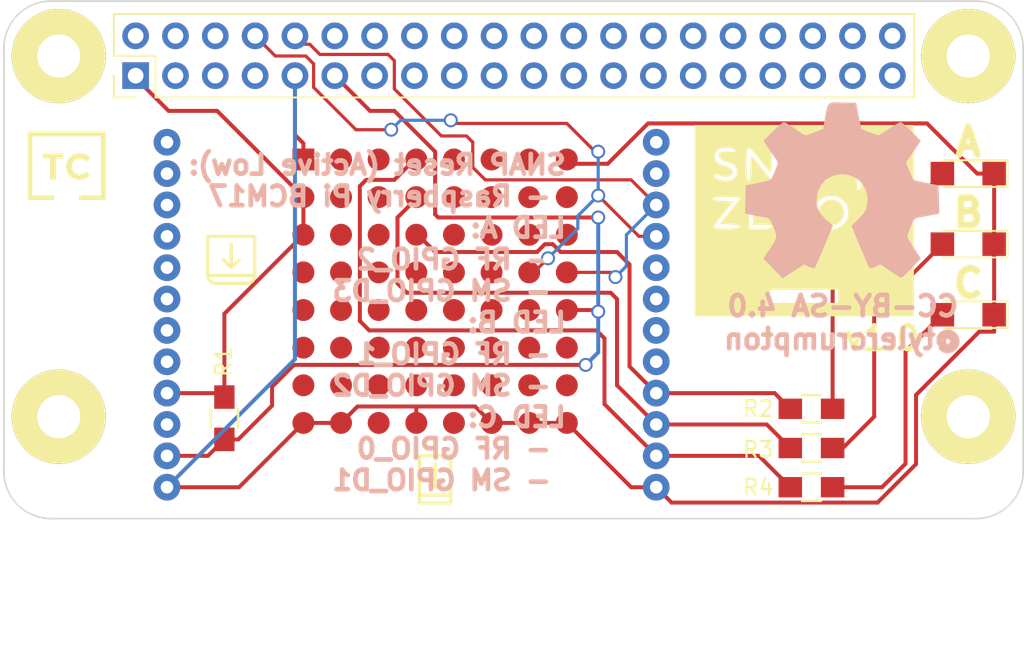
<source format=kicad_pcb>
(kicad_pcb (version 20171130) (host pcbnew "(5.1.12)-1")

  (general
    (thickness 1.6)
    (drawings 30)
    (tracks 161)
    (zones 0)
    (modules 13)
    (nets 12)
  )

  (page A4)
  (layers
    (0 F.Cu signal)
    (31 B.Cu signal)
    (32 B.Adhes user hide)
    (33 F.Adhes user hide)
    (34 B.Paste user hide)
    (35 F.Paste user hide)
    (36 B.SilkS user hide)
    (37 F.SilkS user hide)
    (38 B.Mask user hide)
    (39 F.Mask user hide)
    (40 Dwgs.User user hide)
    (41 Cmts.User user hide)
    (42 Eco1.User user hide)
    (43 Eco2.User user hide)
    (44 Edge.Cuts user)
    (45 Margin user hide)
    (46 B.CrtYd user hide)
    (47 F.CrtYd user hide)
    (48 B.Fab user hide)
    (49 F.Fab user hide)
  )

  (setup
    (last_trace_width 0.254)
    (trace_clearance 0.2032)
    (zone_clearance 0.508)
    (zone_45_only no)
    (trace_min 0.1524)
    (via_size 0.889)
    (via_drill 0.635)
    (via_min_size 0.889)
    (via_min_drill 0.508)
    (uvia_size 0.508)
    (uvia_drill 0.127)
    (uvias_allowed no)
    (uvia_min_size 0.508)
    (uvia_min_drill 0.127)
    (edge_width 0.1)
    (segment_width 0.2)
    (pcb_text_width 0.3)
    (pcb_text_size 1.5 1.5)
    (mod_edge_width 0.15)
    (mod_text_size 1 1)
    (mod_text_width 0.15)
    (pad_size 1.5 1.5)
    (pad_drill 0.6)
    (pad_to_mask_clearance 0)
    (aux_axis_origin 0 0)
    (visible_elements 7FFFFFFF)
    (pcbplotparams
      (layerselection 0x010fc_80000001)
      (usegerberextensions true)
      (usegerberattributes true)
      (usegerberadvancedattributes true)
      (creategerberjobfile true)
      (excludeedgelayer true)
      (linewidth 0.100000)
      (plotframeref false)
      (viasonmask false)
      (mode 1)
      (useauxorigin false)
      (hpglpennumber 1)
      (hpglpenspeed 20)
      (hpglpendiameter 15.000000)
      (psnegative false)
      (psa4output false)
      (plotreference true)
      (plotvalue true)
      (plotinvisibletext false)
      (padsonsilk false)
      (subtractmaskfromsilk true)
      (outputformat 1)
      (mirror false)
      (drillshape 0)
      (scaleselection 1)
      (outputdirectory "outputs/"))
  )

  (net 0 "")
  (net 1 "Net-(D1-Pad2)")
  (net 2 GND)
  (net 3 "Net-(D2-Pad2)")
  (net 4 "Net-(D3-Pad2)")
  (net 5 3v3)
  (net 6 PI_TX)
  (net 7 GPIO_17)
  (net 8 PI_RX)
  (net 9 LED_A)
  (net 10 LED_B)
  (net 11 LED_C)

  (net_class Default "This is the default net class."
    (clearance 0.2032)
    (trace_width 0.254)
    (via_dia 0.889)
    (via_drill 0.635)
    (uvia_dia 0.508)
    (uvia_drill 0.127)
    (add_net 3v3)
    (add_net GND)
    (add_net GPIO_17)
    (add_net LED_A)
    (add_net LED_B)
    (add_net LED_C)
    (add_net "Net-(D1-Pad2)")
    (add_net "Net-(D2-Pad2)")
    (add_net "Net-(D3-Pad2)")
  )

  (net_class Thin ""
    (clearance 0.1524)
    (trace_width 0.2032)
    (via_dia 0.889)
    (via_drill 0.635)
    (uvia_dia 0.508)
    (uvia_drill 0.127)
    (add_net PI_RX)
    (add_net PI_TX)
  )

  (module CrumpPrints:Raspberry_Pi_Zero (layer F.Cu) (tedit 7FFFFFFF) (tstamp 5884AAFD)
    (at 148.501 105.004)
    (descr "Raspberry Pi Zero Hat Template")
    (tags "rpi Raspberry Pi hat zero")
    (path /588480EC)
    (fp_text reference P1 (at 32 -2) (layer F.SilkS) hide
      (effects (font (size 1 1) (thickness 0.15)))
    )
    (fp_text value CONN_02X20 (at 34.9989 -31.0036) (layer F.Fab)
      (effects (font (size 1 1) (thickness 0.15)))
    )
    (fp_line (start 6.8 -29.35) (end 6.8 -23.65) (layer F.CrtYd) (width 0.05))
    (fp_line (start 58.2 -29.35) (end 6.8 -29.35) (layer F.CrtYd) (width 0.05))
    (fp_line (start 58.2 -23.65) (end 58.2 -29.35) (layer F.CrtYd) (width 0.05))
    (fp_line (start 6.8 -23.65) (end 58.2 -23.65) (layer F.CrtYd) (width 0.05))
    (fp_line (start 7.01 -23.86) (end 7.01 -25.25) (layer F.SilkS) (width 0.12))
    (fp_line (start 8.4 -23.86) (end 7.01 -23.86) (layer F.SilkS) (width 0.12))
    (fp_line (start 9.67 -26.52) (end 9.67 -23.86) (layer F.SilkS) (width 0.12))
    (fp_line (start 7.01 -26.52) (end 9.67 -26.52) (layer F.SilkS) (width 0.12))
    (fp_line (start 7.01 -29.18) (end 7.01 -26.52) (layer F.SilkS) (width 0.12))
    (fp_line (start 58.05 -29.18) (end 7.01 -29.18) (layer F.SilkS) (width 0.12))
    (fp_line (start 58.05 -23.86) (end 58.05 -29.18) (layer F.SilkS) (width 0.12))
    (fp_line (start 9.67 -23.86) (end 58.05 -23.86) (layer F.SilkS) (width 0.12))
    (fp_line (start 7.13 -29.06) (end 7.13 -23.98) (layer F.Fab) (width 0.1))
    (fp_line (start 57.93 -29.06) (end 7.13 -29.06) (layer F.Fab) (width 0.1))
    (fp_line (start 57.93 -23.98) (end 57.93 -29.06) (layer F.Fab) (width 0.1))
    (fp_line (start 7.13 -23.98) (end 57.93 -23.98) (layer F.Fab) (width 0.1))
    (fp_line (start 0 -3) (end 0 -27) (layer B.CrtYd) (width 0.15))
    (fp_line (start 3 -30) (end 62 -30) (layer B.CrtYd) (width 0.15))
    (fp_line (start 65 -27) (end 65 -3) (layer B.CrtYd) (width 0.15))
    (fp_line (start 62 0) (end 3 0) (layer B.CrtYd) (width 0.15))
    (fp_arc (start 62 -3) (end 65 -3) (angle 90) (layer B.CrtYd) (width 0.15))
    (fp_arc (start 3 -3) (end 3 0) (angle 90) (layer B.CrtYd) (width 0.15))
    (fp_arc (start 62 -27) (end 62 -30) (angle 90) (layer B.CrtYd) (width 0.15))
    (fp_arc (start 3 -27) (end 0 -27) (angle 90) (layer B.CrtYd) (width 0.15))
    (pad "" np_thru_hole circle (at 61.5 -3.5) (size 6 6) (drill 2.75) (layers *.Cu *.Mask F.SilkS))
    (pad "" np_thru_hole circle (at 61.5 -26.5) (size 6 6) (drill 2.75) (layers *.Cu *.Mask F.SilkS))
    (pad "" np_thru_hole circle (at 3.5 -26.5) (size 6 6) (drill 2.75) (layers *.Cu *.Mask F.SilkS))
    (pad 1 thru_hole rect (at 8.4 -25.25 90) (size 1.7 1.7) (drill 1) (layers *.Cu *.Mask)
      (net 5 3v3))
    (pad 2 thru_hole oval (at 8.4 -27.79 90) (size 1.7 1.7) (drill 1) (layers *.Cu *.Mask))
    (pad 3 thru_hole oval (at 10.94 -25.25 90) (size 1.7 1.7) (drill 1) (layers *.Cu *.Mask))
    (pad 4 thru_hole oval (at 10.94 -27.79 90) (size 1.7 1.7) (drill 1) (layers *.Cu *.Mask))
    (pad 5 thru_hole oval (at 13.48 -25.25 90) (size 1.7 1.7) (drill 1) (layers *.Cu *.Mask))
    (pad 6 thru_hole oval (at 13.48 -27.79 90) (size 1.7 1.7) (drill 1) (layers *.Cu *.Mask))
    (pad 7 thru_hole oval (at 16.02 -25.25 90) (size 1.7 1.7) (drill 1) (layers *.Cu *.Mask))
    (pad 8 thru_hole oval (at 16.02 -27.79 90) (size 1.7 1.7) (drill 1) (layers *.Cu *.Mask)
      (net 6 PI_TX))
    (pad 9 thru_hole oval (at 18.56 -25.25 90) (size 1.7 1.7) (drill 1) (layers *.Cu *.Mask)
      (net 2 GND))
    (pad 10 thru_hole oval (at 18.56 -27.79 90) (size 1.7 1.7) (drill 1) (layers *.Cu *.Mask)
      (net 8 PI_RX))
    (pad 11 thru_hole oval (at 21.1 -25.25 90) (size 1.7 1.7) (drill 1) (layers *.Cu *.Mask)
      (net 7 GPIO_17))
    (pad 12 thru_hole oval (at 21.1 -27.79 90) (size 1.7 1.7) (drill 1) (layers *.Cu *.Mask))
    (pad 13 thru_hole oval (at 23.64 -25.25 90) (size 1.7 1.7) (drill 1) (layers *.Cu *.Mask))
    (pad 14 thru_hole oval (at 23.64 -27.79 90) (size 1.7 1.7) (drill 1) (layers *.Cu *.Mask))
    (pad 15 thru_hole oval (at 26.18 -25.25 90) (size 1.7 1.7) (drill 1) (layers *.Cu *.Mask))
    (pad 16 thru_hole oval (at 26.18 -27.79 90) (size 1.7 1.7) (drill 1) (layers *.Cu *.Mask))
    (pad 17 thru_hole oval (at 28.72 -25.25 90) (size 1.7 1.7) (drill 1) (layers *.Cu *.Mask))
    (pad 18 thru_hole oval (at 28.72 -27.79 90) (size 1.7 1.7) (drill 1) (layers *.Cu *.Mask))
    (pad 19 thru_hole oval (at 31.26 -25.25 90) (size 1.7 1.7) (drill 1) (layers *.Cu *.Mask))
    (pad 20 thru_hole oval (at 31.26 -27.79 90) (size 1.7 1.7) (drill 1) (layers *.Cu *.Mask))
    (pad 21 thru_hole oval (at 33.8 -25.25 90) (size 1.7 1.7) (drill 1) (layers *.Cu *.Mask))
    (pad 22 thru_hole oval (at 33.8 -27.79 90) (size 1.7 1.7) (drill 1) (layers *.Cu *.Mask))
    (pad 23 thru_hole oval (at 36.34 -25.25 90) (size 1.7 1.7) (drill 1) (layers *.Cu *.Mask))
    (pad 24 thru_hole oval (at 36.34 -27.79 90) (size 1.7 1.7) (drill 1) (layers *.Cu *.Mask))
    (pad 25 thru_hole oval (at 38.88 -25.25 90) (size 1.7 1.7) (drill 1) (layers *.Cu *.Mask))
    (pad 26 thru_hole oval (at 38.88 -27.79 90) (size 1.7 1.7) (drill 1) (layers *.Cu *.Mask))
    (pad 27 thru_hole oval (at 41.42 -25.25 90) (size 1.7 1.7) (drill 1) (layers *.Cu *.Mask))
    (pad 28 thru_hole oval (at 41.42 -27.79 90) (size 1.7 1.7) (drill 1) (layers *.Cu *.Mask))
    (pad 29 thru_hole oval (at 43.96 -25.25 90) (size 1.7 1.7) (drill 1) (layers *.Cu *.Mask))
    (pad 30 thru_hole oval (at 43.96 -27.79 90) (size 1.7 1.7) (drill 1) (layers *.Cu *.Mask))
    (pad 31 thru_hole oval (at 46.5 -25.25 90) (size 1.7 1.7) (drill 1) (layers *.Cu *.Mask))
    (pad 32 thru_hole oval (at 46.5 -27.79 90) (size 1.7 1.7) (drill 1) (layers *.Cu *.Mask))
    (pad 33 thru_hole oval (at 49.04 -25.25 90) (size 1.7 1.7) (drill 1) (layers *.Cu *.Mask))
    (pad 34 thru_hole oval (at 49.04 -27.79 90) (size 1.7 1.7) (drill 1) (layers *.Cu *.Mask))
    (pad 35 thru_hole oval (at 51.58 -25.25 90) (size 1.7 1.7) (drill 1) (layers *.Cu *.Mask))
    (pad 36 thru_hole oval (at 51.58 -27.79 90) (size 1.7 1.7) (drill 1) (layers *.Cu *.Mask))
    (pad 37 thru_hole oval (at 54.12 -25.25 90) (size 1.7 1.7) (drill 1) (layers *.Cu *.Mask))
    (pad 38 thru_hole oval (at 54.12 -27.79 90) (size 1.7 1.7) (drill 1) (layers *.Cu *.Mask))
    (pad 39 thru_hole oval (at 56.66 -25.25 90) (size 1.7 1.7) (drill 1) (layers *.Cu *.Mask))
    (pad 40 thru_hole oval (at 56.66 -27.79 90) (size 1.7 1.7) (drill 1) (layers *.Cu *.Mask))
    (pad "" np_thru_hole circle (at 3.5 -3.5) (size 6 6) (drill 2.75) (layers *.Cu *.Mask F.SilkS))
    (model Pin_Headers.3dshapes/Pin_Header_Straight_2x20_Pitch2.54mm.wrl
      (offset (xyz 1.269999980926514 -24.12999963760376 0))
      (scale (xyz 1 1 1))
      (rotate (xyz 0 0 90))
    )
  )

  (module LEDs:LED_1206 (layer F.Cu) (tedit 58851A97) (tstamp 5884AA8B)
    (at 210 95 180)
    (descr "LED 1206 smd package")
    (tags "LED led 1206 SMD smd SMT smt smdled SMDLED smtled SMTLED")
    (path /588322BD)
    (attr smd)
    (fp_text reference D3 (at -4.5 0 180) (layer F.Fab)
      (effects (font (size 1 1) (thickness 0.15)))
    )
    (fp_text value C (at 0 2 180) (layer F.SilkS)
      (effects (font (size 1.75 1.75) (thickness 0.4375)))
    )
    (fp_line (start -2.65 -1) (end 2.65 -1) (layer F.CrtYd) (width 0.05))
    (fp_line (start -2.65 1) (end -2.65 -1) (layer F.CrtYd) (width 0.05))
    (fp_line (start 2.65 1) (end -2.65 1) (layer F.CrtYd) (width 0.05))
    (fp_line (start 2.65 -1) (end 2.65 1) (layer F.CrtYd) (width 0.05))
    (fp_line (start -2.45 -0.85) (end 1.6 -0.85) (layer F.SilkS) (width 0.12))
    (fp_line (start -2.45 0.85) (end 1.6 0.85) (layer F.SilkS) (width 0.12))
    (fp_line (start -1.6 0.8) (end -1.6 -0.8) (layer F.Fab) (width 0.1))
    (fp_line (start -1.6 -0.8) (end 1.6 -0.8) (layer F.Fab) (width 0.1))
    (fp_line (start 1.6 -0.8) (end 1.6 0.8) (layer F.Fab) (width 0.1))
    (fp_line (start 1.6 0.8) (end -1.6 0.8) (layer F.Fab) (width 0.1))
    (fp_line (start 0.2 -0.4) (end 0.2 0.4) (layer F.Fab) (width 0.1))
    (fp_line (start 0.2 0.4) (end -0.4 0) (layer F.Fab) (width 0.1))
    (fp_line (start -0.4 0) (end 0.2 -0.4) (layer F.Fab) (width 0.1))
    (fp_line (start -0.45 -0.4) (end -0.45 0.4) (layer F.Fab) (width 0.1))
    (fp_line (start -2.5 -0.85) (end -2.5 0.85) (layer F.SilkS) (width 0.12))
    (pad 2 smd rect (at 1.65 0) (size 1.5 1.5) (layers F.Cu F.Paste F.Mask)
      (net 4 "Net-(D3-Pad2)"))
    (pad 1 smd rect (at -1.65 0) (size 1.5 1.5) (layers F.Cu F.Paste F.Mask)
      (net 2 GND))
    (model LEDs.3dshapes/LED_1206.wrl
      (at (xyz 0 0 0))
      (scale (xyz 1 1 1))
      (rotate (xyz 0 0 180))
    )
  )

  (module LEDs:LED_1206 (layer F.Cu) (tedit 58851A93) (tstamp 5884AAA0)
    (at 210 90.5 180)
    (descr "LED 1206 smd package")
    (tags "LED led 1206 SMD smd SMT smt smdled SMDLED smtled SMTLED")
    (path /58832292)
    (attr smd)
    (fp_text reference D2 (at -4.5 0 180) (layer F.Fab)
      (effects (font (size 1 1) (thickness 0.15)))
    )
    (fp_text value B (at 0 2 180) (layer F.SilkS)
      (effects (font (size 1.75 1.75) (thickness 0.4375)))
    )
    (fp_line (start -2.65 -1) (end 2.65 -1) (layer F.CrtYd) (width 0.05))
    (fp_line (start -2.65 1) (end -2.65 -1) (layer F.CrtYd) (width 0.05))
    (fp_line (start 2.65 1) (end -2.65 1) (layer F.CrtYd) (width 0.05))
    (fp_line (start 2.65 -1) (end 2.65 1) (layer F.CrtYd) (width 0.05))
    (fp_line (start -2.45 -0.85) (end 1.6 -0.85) (layer F.SilkS) (width 0.12))
    (fp_line (start -2.45 0.85) (end 1.6 0.85) (layer F.SilkS) (width 0.12))
    (fp_line (start -1.6 0.8) (end -1.6 -0.8) (layer F.Fab) (width 0.1))
    (fp_line (start -1.6 -0.8) (end 1.6 -0.8) (layer F.Fab) (width 0.1))
    (fp_line (start 1.6 -0.8) (end 1.6 0.8) (layer F.Fab) (width 0.1))
    (fp_line (start 1.6 0.8) (end -1.6 0.8) (layer F.Fab) (width 0.1))
    (fp_line (start 0.2 -0.4) (end 0.2 0.4) (layer F.Fab) (width 0.1))
    (fp_line (start 0.2 0.4) (end -0.4 0) (layer F.Fab) (width 0.1))
    (fp_line (start -0.4 0) (end 0.2 -0.4) (layer F.Fab) (width 0.1))
    (fp_line (start -0.45 -0.4) (end -0.45 0.4) (layer F.Fab) (width 0.1))
    (fp_line (start -2.5 -0.85) (end -2.5 0.85) (layer F.SilkS) (width 0.12))
    (pad 2 smd rect (at 1.65 0) (size 1.5 1.5) (layers F.Cu F.Paste F.Mask)
      (net 3 "Net-(D2-Pad2)"))
    (pad 1 smd rect (at -1.65 0) (size 1.5 1.5) (layers F.Cu F.Paste F.Mask)
      (net 2 GND))
    (model LEDs.3dshapes/LED_1206.wrl
      (at (xyz 0 0 0))
      (scale (xyz 1 1 1))
      (rotate (xyz 0 0 180))
    )
  )

  (module LEDs:LED_1206 (layer F.Cu) (tedit 58851A8C) (tstamp 5884AAB5)
    (at 210 86 180)
    (descr "LED 1206 smd package")
    (tags "LED led 1206 SMD smd SMT smt smdled SMDLED smtled SMTLED")
    (path /58832239)
    (attr smd)
    (fp_text reference D1 (at -4.5 0 180) (layer F.Fab)
      (effects (font (size 1 1) (thickness 0.15)))
    )
    (fp_text value A (at 0 2 180) (layer F.SilkS)
      (effects (font (size 1.75 1.75) (thickness 0.4375)))
    )
    (fp_line (start -2.65 -1) (end 2.65 -1) (layer F.CrtYd) (width 0.05))
    (fp_line (start -2.65 1) (end -2.65 -1) (layer F.CrtYd) (width 0.05))
    (fp_line (start 2.65 1) (end -2.65 1) (layer F.CrtYd) (width 0.05))
    (fp_line (start 2.65 -1) (end 2.65 1) (layer F.CrtYd) (width 0.05))
    (fp_line (start -2.45 -0.85) (end 1.6 -0.85) (layer F.SilkS) (width 0.12))
    (fp_line (start -2.45 0.85) (end 1.6 0.85) (layer F.SilkS) (width 0.12))
    (fp_line (start -1.6 0.8) (end -1.6 -0.8) (layer F.Fab) (width 0.1))
    (fp_line (start -1.6 -0.8) (end 1.6 -0.8) (layer F.Fab) (width 0.1))
    (fp_line (start 1.6 -0.8) (end 1.6 0.8) (layer F.Fab) (width 0.1))
    (fp_line (start 1.6 0.8) (end -1.6 0.8) (layer F.Fab) (width 0.1))
    (fp_line (start 0.2 -0.4) (end 0.2 0.4) (layer F.Fab) (width 0.1))
    (fp_line (start 0.2 0.4) (end -0.4 0) (layer F.Fab) (width 0.1))
    (fp_line (start -0.4 0) (end 0.2 -0.4) (layer F.Fab) (width 0.1))
    (fp_line (start -0.45 -0.4) (end -0.45 0.4) (layer F.Fab) (width 0.1))
    (fp_line (start -2.5 -0.85) (end -2.5 0.85) (layer F.SilkS) (width 0.12))
    (pad 2 smd rect (at 1.65 0) (size 1.5 1.5) (layers F.Cu F.Paste F.Mask)
      (net 1 "Net-(D1-Pad2)"))
    (pad 1 smd rect (at -1.65 0) (size 1.5 1.5) (layers F.Cu F.Paste F.Mask)
      (net 2 GND))
    (model LEDs.3dshapes/LED_1206.wrl
      (at (xyz 0 0 0))
      (scale (xyz 1 1 1))
      (rotate (xyz 0 0 180))
    )
  )

  (module Resistors_SMD:R_0805_HandSoldering (layer F.Cu) (tedit 5884898F) (tstamp 5884AB0D)
    (at 162.56 101.6 270)
    (descr "Resistor SMD 0805, hand soldering")
    (tags "resistor 0805")
    (path /5882FE0A)
    (attr smd)
    (fp_text reference R1 (at -3.6 0.06 270) (layer F.SilkS)
      (effects (font (size 1 1) (thickness 0.15)))
    )
    (fp_text value 10k (at 0 2.1 270) (layer F.Fab)
      (effects (font (size 1 1) (thickness 0.15)))
    )
    (fp_line (start -0.6 -0.875) (end 0.6 -0.875) (layer F.SilkS) (width 0.15))
    (fp_line (start 0.6 0.875) (end -0.6 0.875) (layer F.SilkS) (width 0.15))
    (fp_line (start 2.4 -1) (end 2.4 1) (layer F.CrtYd) (width 0.05))
    (fp_line (start -2.4 -1) (end -2.4 1) (layer F.CrtYd) (width 0.05))
    (fp_line (start -2.4 1) (end 2.4 1) (layer F.CrtYd) (width 0.05))
    (fp_line (start -2.4 -1) (end 2.4 -1) (layer F.CrtYd) (width 0.05))
    (fp_line (start -1 -0.625) (end 1 -0.625) (layer F.Fab) (width 0.1))
    (fp_line (start 1 -0.625) (end 1 0.625) (layer F.Fab) (width 0.1))
    (fp_line (start 1 0.625) (end -1 0.625) (layer F.Fab) (width 0.1))
    (fp_line (start -1 0.625) (end -1 -0.625) (layer F.Fab) (width 0.1))
    (pad 1 smd rect (at -1.35 0 270) (size 1.5 1.3) (layers F.Cu F.Paste F.Mask)
      (net 5 3v3))
    (pad 2 smd rect (at 1.35 0 270) (size 1.5 1.3) (layers F.Cu F.Paste F.Mask)
      (net 7 GPIO_17))
    (model Resistors_SMD.3dshapes/R_0805_HandSoldering.wrl
      (at (xyz 0 0 0))
      (scale (xyz 1 1 1))
      (rotate (xyz 0 0 0))
    )
  )

  (module Resistors_SMD:R_0805_HandSoldering (layer F.Cu) (tedit 5884FD59) (tstamp 5884AB1D)
    (at 200 101)
    (descr "Resistor SMD 0805, hand soldering")
    (tags "resistor 0805")
    (path /588323E8)
    (attr smd)
    (fp_text reference R2 (at -3.4 0) (layer F.SilkS)
      (effects (font (size 1 1) (thickness 0.15)))
    )
    (fp_text value 1k (at 3.4 0) (layer F.Fab)
      (effects (font (size 1 1) (thickness 0.15)))
    )
    (fp_line (start -0.6 -0.875) (end 0.6 -0.875) (layer F.SilkS) (width 0.15))
    (fp_line (start 0.6 0.875) (end -0.6 0.875) (layer F.SilkS) (width 0.15))
    (fp_line (start 2.4 -1) (end 2.4 1) (layer F.CrtYd) (width 0.05))
    (fp_line (start -2.4 -1) (end -2.4 1) (layer F.CrtYd) (width 0.05))
    (fp_line (start -2.4 1) (end 2.4 1) (layer F.CrtYd) (width 0.05))
    (fp_line (start -2.4 -1) (end 2.4 -1) (layer F.CrtYd) (width 0.05))
    (fp_line (start -1 -0.625) (end 1 -0.625) (layer F.Fab) (width 0.1))
    (fp_line (start 1 -0.625) (end 1 0.625) (layer F.Fab) (width 0.1))
    (fp_line (start 1 0.625) (end -1 0.625) (layer F.Fab) (width 0.1))
    (fp_line (start -1 0.625) (end -1 -0.625) (layer F.Fab) (width 0.1))
    (pad 1 smd rect (at -1.35 0) (size 1.5 1.3) (layers F.Cu F.Paste F.Mask)
      (net 9 LED_A))
    (pad 2 smd rect (at 1.35 0) (size 1.5 1.3) (layers F.Cu F.Paste F.Mask)
      (net 1 "Net-(D1-Pad2)"))
    (model Resistors_SMD.3dshapes/R_0805_HandSoldering.wrl
      (at (xyz 0 0 0))
      (scale (xyz 1 1 1))
      (rotate (xyz 0 0 0))
    )
  )

  (module Resistors_SMD:R_0805_HandSoldering (layer F.Cu) (tedit 5884FD58) (tstamp 5884AB2D)
    (at 200 103.5 180)
    (descr "Resistor SMD 0805, hand soldering")
    (tags "resistor 0805")
    (path /58832419)
    (attr smd)
    (fp_text reference R3 (at 3.4 -0.1 180) (layer F.SilkS)
      (effects (font (size 1 1) (thickness 0.15)))
    )
    (fp_text value 1k (at -3.4 -0.1 180) (layer F.Fab)
      (effects (font (size 1 1) (thickness 0.15)))
    )
    (fp_line (start -0.6 -0.875) (end 0.6 -0.875) (layer F.SilkS) (width 0.15))
    (fp_line (start 0.6 0.875) (end -0.6 0.875) (layer F.SilkS) (width 0.15))
    (fp_line (start 2.4 -1) (end 2.4 1) (layer F.CrtYd) (width 0.05))
    (fp_line (start -2.4 -1) (end -2.4 1) (layer F.CrtYd) (width 0.05))
    (fp_line (start -2.4 1) (end 2.4 1) (layer F.CrtYd) (width 0.05))
    (fp_line (start -2.4 -1) (end 2.4 -1) (layer F.CrtYd) (width 0.05))
    (fp_line (start -1 -0.625) (end 1 -0.625) (layer F.Fab) (width 0.1))
    (fp_line (start 1 -0.625) (end 1 0.625) (layer F.Fab) (width 0.1))
    (fp_line (start 1 0.625) (end -1 0.625) (layer F.Fab) (width 0.1))
    (fp_line (start -1 0.625) (end -1 -0.625) (layer F.Fab) (width 0.1))
    (pad 1 smd rect (at -1.35 0 180) (size 1.5 1.3) (layers F.Cu F.Paste F.Mask)
      (net 3 "Net-(D2-Pad2)"))
    (pad 2 smd rect (at 1.35 0 180) (size 1.5 1.3) (layers F.Cu F.Paste F.Mask)
      (net 10 LED_B))
    (model Resistors_SMD.3dshapes/R_0805_HandSoldering.wrl
      (at (xyz 0 0 0))
      (scale (xyz 1 1 1))
      (rotate (xyz 0 0 0))
    )
  )

  (module Resistors_SMD:R_0805_HandSoldering (layer F.Cu) (tedit 5884FD5E) (tstamp 5884AB3D)
    (at 200 106 180)
    (descr "Resistor SMD 0805, hand soldering")
    (tags "resistor 0805")
    (path /58832450)
    (attr smd)
    (fp_text reference R4 (at 3.4 0 180) (layer F.SilkS)
      (effects (font (size 1 1) (thickness 0.15)))
    )
    (fp_text value 1k (at -3.2 0 180) (layer F.Fab)
      (effects (font (size 1 1) (thickness 0.15)))
    )
    (fp_line (start -0.6 -0.875) (end 0.6 -0.875) (layer F.SilkS) (width 0.15))
    (fp_line (start 0.6 0.875) (end -0.6 0.875) (layer F.SilkS) (width 0.15))
    (fp_line (start 2.4 -1) (end 2.4 1) (layer F.CrtYd) (width 0.05))
    (fp_line (start -2.4 -1) (end -2.4 1) (layer F.CrtYd) (width 0.05))
    (fp_line (start -2.4 1) (end 2.4 1) (layer F.CrtYd) (width 0.05))
    (fp_line (start -2.4 -1) (end 2.4 -1) (layer F.CrtYd) (width 0.05))
    (fp_line (start -1 -0.625) (end 1 -0.625) (layer F.Fab) (width 0.1))
    (fp_line (start 1 -0.625) (end 1 0.625) (layer F.Fab) (width 0.1))
    (fp_line (start 1 0.625) (end -1 0.625) (layer F.Fab) (width 0.1))
    (fp_line (start -1 0.625) (end -1 -0.625) (layer F.Fab) (width 0.1))
    (pad 1 smd rect (at -1.35 0 180) (size 1.5 1.3) (layers F.Cu F.Paste F.Mask)
      (net 4 "Net-(D3-Pad2)"))
    (pad 2 smd rect (at 1.35 0 180) (size 1.5 1.3) (layers F.Cu F.Paste F.Mask)
      (net 11 LED_C))
    (model Resistors_SMD.3dshapes/R_0805_HandSoldering.wrl
      (at (xyz 0 0 0))
      (scale (xyz 1 1 1))
      (rotate (xyz 0 0 0))
    )
  )

  (module CrumpPrints:RF200_nosilk (layer F.Cu) (tedit 5) (tstamp 5884AB64)
    (at 174.5 95 180)
    (path /5882FC27)
    (fp_text reference U1 (at 6.5 -17 180) (layer F.SilkS) hide
      (effects (font (size 1.5 1.5) (thickness 0.15)))
    )
    (fp_text value RF200 (at -4 -17 180) (layer F.SilkS) hide
      (effects (font (size 1.5 1.5) (thickness 0.15)))
    )
    (fp_line (start -18.000001 13) (end 17.999999 13) (layer Dwgs.User) (width 0.15))
    (fp_line (start -18.000001 -13) (end -18.000001 13) (layer Dwgs.User) (width 0.15))
    (fp_line (start 17.999999 -13) (end -18.000001 -13) (layer Dwgs.User) (width 0.15))
    (fp_line (start 17.999999 13) (end 17.999999 -13) (layer Dwgs.User) (width 0.15))
    (fp_line (start 17.999999 -13) (end 17.999999 -17) (layer Dwgs.User) (width 0.15))
    (fp_line (start -18.000001 -13) (end -18.000001 -17) (layer Dwgs.User) (width 0.15))
    (fp_line (start -14.000001 -21) (end 13.999999 -21) (layer Dwgs.User) (width 0.15))
    (fp_line (start 17.999999 -17) (end -18.000001 -17) (layer Dwgs.User) (width 0.15))
    (fp_line (start -18.000001 -15) (end 17.999999 -15) (layer Dwgs.User) (width 0.15))
    (fp_arc (start 13.999999 -17) (end 13.999999 -21) (angle 90) (layer Dwgs.User) (width 0.15))
    (fp_arc (start -14.000001 -17) (end -18.000001 -17) (angle 90) (layer Dwgs.User) (width 0.15))
    (pad 1 thru_hole circle (at -15.6 -11 180) (size 1.7018 1.7018) (drill 0.800001) (layers *.Cu *.Mask)
      (net 2 GND))
    (pad 2 thru_hole circle (at -15.6 -9 180) (size 1.7018 1.7018) (drill 0.800001) (layers *.Cu *.Mask)
      (net 11 LED_C))
    (pad 3 thru_hole circle (at -15.6 -7 180) (size 1.7018 1.7018) (drill 0.800001) (layers *.Cu *.Mask)
      (net 10 LED_B))
    (pad 4 thru_hole circle (at -15.6 -5 180) (size 1.7018 1.7018) (drill 0.800001) (layers *.Cu *.Mask)
      (net 9 LED_A))
    (pad 5 thru_hole circle (at -15.6 -3 180) (size 1.7018 1.7018) (drill 0.800001) (layers *.Cu *.Mask))
    (pad 6 thru_hole circle (at -15.6 -1 180) (size 1.7018 1.7018) (drill 0.800001) (layers *.Cu *.Mask))
    (pad 7 thru_hole circle (at -15.6 1 180) (size 1.7018 1.7018) (drill 0.800001) (layers *.Cu *.Mask))
    (pad 8 thru_hole circle (at -15.6 3 180) (size 1.7018 1.7018) (drill 0.800001) (layers *.Cu *.Mask))
    (pad 9 thru_hole circle (at -15.6 5 180) (size 1.7018 1.7018) (drill 0.800001) (layers *.Cu *.Mask)
      (net 6 PI_TX))
    (pad 10 thru_hole circle (at -15.6 7 180) (size 1.7018 1.7018) (drill 0.800001) (layers *.Cu *.Mask)
      (net 8 PI_RX))
    (pad 11 thru_hole circle (at -15.6 9 180) (size 1.7018 1.7018) (drill 0.800001) (layers *.Cu *.Mask))
    (pad 12 thru_hole circle (at -15.6 11 180) (size 1.7018 1.7018) (drill 0.800001) (layers *.Cu *.Mask))
    (pad 13 thru_hole circle (at 15.6 11 180) (size 1.7018 1.7018) (drill 0.800001) (layers *.Cu *.Mask))
    (pad 14 thru_hole circle (at 15.6 9 180) (size 1.7018 1.7018) (drill 0.800001) (layers *.Cu *.Mask))
    (pad 15 thru_hole circle (at 15.6 7 180) (size 1.7018 1.7018) (drill 0.800001) (layers *.Cu *.Mask))
    (pad 16 thru_hole circle (at 15.6 5 180) (size 1.7018 1.7018) (drill 0.800001) (layers *.Cu *.Mask))
    (pad 17 thru_hole circle (at 15.6 3 180) (size 1.7018 1.7018) (drill 0.800001) (layers *.Cu *.Mask))
    (pad 18 thru_hole circle (at 15.6 1 180) (size 1.7018 1.7018) (drill 0.800001) (layers *.Cu *.Mask))
    (pad 19 thru_hole circle (at 15.6 -1 180) (size 1.7018 1.7018) (drill 0.800001) (layers *.Cu *.Mask))
    (pad 20 thru_hole circle (at 15.6 -3 180) (size 1.7018 1.7018) (drill 0.800001) (layers *.Cu *.Mask))
    (pad 21 thru_hole circle (at 15.6 -5 180) (size 1.7018 1.7018) (drill 0.800001) (layers *.Cu *.Mask)
      (net 5 3v3))
    (pad 22 thru_hole circle (at 15.6 -7 180) (size 1.7018 1.7018) (drill 0.800001) (layers *.Cu *.Mask))
    (pad 23 thru_hole circle (at 15.6 -9 180) (size 1.7018 1.7018) (drill 0.800001) (layers *.Cu *.Mask)
      (net 7 GPIO_17))
    (pad 24 thru_hole circle (at 15.6 -11 180) (size 1.7018 1.7018) (drill 0.800001) (layers *.Cu *.Mask)
      (net 2 GND))
  )

  (module CrumpPrints:SM200_nosilk (layer F.Cu) (tedit 58848E2C) (tstamp 5884ABB3)
    (at 176 93.5 180)
    (path /5882FC60)
    (fp_text reference U2 (at 7 -12 180) (layer F.SilkS) hide
      (effects (font (size 1.2 1.2) (thickness 0.2)))
    )
    (fp_text value SM220UF1 (at -3 -12 180) (layer F.SilkS) hide
      (effects (font (size 1.2 1.2) (thickness 0.2)))
    )
    (fp_line (start 9.4 -9.4) (end 9.4 8.4) (layer Dwgs.User) (width 0.2))
    (fp_line (start -9.4 9.4) (end -9.4 -9.4) (layer Dwgs.User) (width 0.2))
    (fp_line (start 8.4 9.4) (end -9.4 9.4) (layer Dwgs.User) (width 0.2))
    (fp_line (start 9.4 8.4) (end 8.4 9.4) (layer Dwgs.User) (width 0.2))
    (fp_line (start -9.4 -20.4) (end -9.4 -9.4) (layer Dwgs.User) (width 0.2))
    (fp_line (start 9.4 -20.4) (end -9.4 -20.4) (layer Dwgs.User) (width 0.2))
    (fp_line (start 9.4 -9.4) (end 9.4 -20.4) (layer Dwgs.User) (width 0.2))
    (fp_line (start -9.4 -14.7) (end 9.4 -14.7) (layer Dwgs.User) (width 0.2))
    (fp_line (start -9.4 -20.4) (end -3.7 -14.7) (layer Dwgs.User) (width 0.2))
    (fp_line (start -3.7 -20.4) (end 2 -14.7) (layer Dwgs.User) (width 0.2))
    (fp_line (start 2 -20.4) (end 7.7 -14.7) (layer Dwgs.User) (width 0.2))
    (pad A1 smd rect (at 8.4 8.4 270) (size 1.4 1.4) (layers F.Cu F.Paste F.Mask)
      (net 2 GND))
    (pad B1 smd circle (at 6 8.4 270) (size 1.4 1.4) (layers F.Cu F.Paste F.Mask))
    (pad C1 smd circle (at 3.6 8.4 270) (size 1.4 1.4) (layers F.Cu F.Paste F.Mask))
    (pad D1 smd circle (at 1.2 8.4 270) (size 1.4 1.4) (layers F.Cu F.Paste F.Mask)
      (net 11 LED_C))
    (pad E1 smd circle (at -1.2 8.4 270) (size 1.4 1.4) (layers F.Cu F.Paste F.Mask))
    (pad F1 smd circle (at -3.6 8.4 270) (size 1.4 1.4) (layers F.Cu F.Paste F.Mask))
    (pad G1 smd circle (at -6 8.4 270) (size 1.4 1.4) (layers F.Cu F.Paste F.Mask))
    (pad H1 smd circle (at -8.4 8.4 270) (size 1.4 1.4) (layers F.Cu F.Paste F.Mask)
      (net 2 GND))
    (pad A2 smd circle (at 8.4 6 270) (size 1.4 1.4) (layers F.Cu F.Paste F.Mask)
      (net 5 3v3))
    (pad B2 smd circle (at 6 6 270) (size 1.4 1.4) (layers F.Cu F.Paste F.Mask))
    (pad C2 smd circle (at 3.6 6 270) (size 1.4 1.4) (layers F.Cu F.Paste F.Mask))
    (pad D2 smd circle (at 1.2 6 270) (size 1.4 1.4) (layers F.Cu F.Paste F.Mask)
      (net 10 LED_B))
    (pad E2 smd circle (at -1.2 6 270) (size 1.4 1.4) (layers F.Cu F.Paste F.Mask))
    (pad F2 smd circle (at -3.6 6 270) (size 1.4 1.4) (layers F.Cu F.Paste F.Mask))
    (pad G2 smd circle (at -6 6 270) (size 1.4 1.4) (layers F.Cu F.Paste F.Mask))
    (pad H2 smd circle (at -8.4 6 270) (size 1.4 1.4) (layers F.Cu F.Paste F.Mask))
    (pad A3 smd circle (at 8.4 3.6 270) (size 1.4 1.4) (layers F.Cu F.Paste F.Mask)
      (net 5 3v3))
    (pad B3 smd circle (at 6 3.6 270) (size 1.4 1.4) (layers F.Cu F.Paste F.Mask))
    (pad C3 smd circle (at 3.6 3.6 270) (size 1.4 1.4) (layers F.Cu F.Paste F.Mask))
    (pad D3 smd circle (at 1.2 3.6 270) (size 1.4 1.4) (layers F.Cu F.Paste F.Mask)
      (net 9 LED_A))
    (pad E3 smd circle (at -1.2 3.6 270) (size 1.4 1.4) (layers F.Cu F.Paste F.Mask))
    (pad F3 smd circle (at -3.6 3.6 270) (size 1.4 1.4) (layers F.Cu F.Paste F.Mask))
    (pad G3 smd circle (at -6 3.6 270) (size 1.4 1.4) (layers F.Cu F.Paste F.Mask))
    (pad H3 smd circle (at -8.4 3.6 270) (size 1.4 1.4) (layers F.Cu F.Paste F.Mask))
    (pad A4 smd circle (at 8.4 1.2 270) (size 1.4 1.4) (layers F.Cu F.Paste F.Mask))
    (pad B4 smd circle (at 6 1.2 270) (size 1.4 1.4) (layers F.Cu F.Paste F.Mask))
    (pad C4 smd circle (at 3.6 1.2 270) (size 1.4 1.4) (layers F.Cu F.Paste F.Mask))
    (pad D4 smd circle (at 1.2 1.2 270) (size 1.4 1.4) (layers F.Cu F.Paste F.Mask))
    (pad E4 smd circle (at -1.2 1.2 270) (size 1.4 1.4) (layers F.Cu F.Paste F.Mask))
    (pad F4 smd circle (at -3.6 1.2 270) (size 1.4 1.4) (layers F.Cu F.Paste F.Mask))
    (pad G4 smd circle (at -6 1.2 270) (size 1.4 1.4) (layers F.Cu F.Paste F.Mask)
      (net 6 PI_TX))
    (pad H4 smd circle (at -8.4 1.2 270) (size 1.4 1.4) (layers F.Cu F.Paste F.Mask)
      (net 8 PI_RX))
    (pad A5 smd circle (at 8.4 -1.2 270) (size 1.4 1.4) (layers F.Cu F.Paste F.Mask))
    (pad B5 smd circle (at 6 -1.2 270) (size 1.4 1.4) (layers F.Cu F.Paste F.Mask))
    (pad C5 smd circle (at 3.6 -1.2 270) (size 1.4 1.4) (layers F.Cu F.Paste F.Mask))
    (pad D5 smd circle (at 1.2 -1.2 270) (size 1.4 1.4) (layers F.Cu F.Paste F.Mask))
    (pad E5 smd circle (at -1.2 -1.2 270) (size 1.4 1.4) (layers F.Cu F.Paste F.Mask))
    (pad F5 smd circle (at -3.6 -1.2 270) (size 1.4 1.4) (layers F.Cu F.Paste F.Mask))
    (pad G5 smd circle (at -6 -1.2 270) (size 1.4 1.4) (layers F.Cu F.Paste F.Mask))
    (pad H5 smd circle (at -8.4 -1.2 270) (size 1.4 1.4) (layers F.Cu F.Paste F.Mask)
      (net 7 GPIO_17))
    (pad A6 smd circle (at 8.4 -3.6 270) (size 1.4 1.4) (layers F.Cu F.Paste F.Mask))
    (pad B6 smd circle (at 6 -3.6 270) (size 1.4 1.4) (layers F.Cu F.Paste F.Mask))
    (pad C6 smd circle (at 3.6 -3.6 270) (size 1.4 1.4) (layers F.Cu F.Paste F.Mask))
    (pad D6 smd circle (at 1.2 -3.6 270) (size 1.4 1.4) (layers F.Cu F.Paste F.Mask))
    (pad E6 smd circle (at -1.2 -3.6 270) (size 1.4 1.4) (layers F.Cu F.Paste F.Mask))
    (pad F6 smd circle (at -3.6 -3.6 270) (size 1.4 1.4) (layers F.Cu F.Paste F.Mask))
    (pad G6 smd circle (at -6 -3.6 270) (size 1.4 1.4) (layers F.Cu F.Paste F.Mask))
    (pad H6 smd circle (at -8.4 -3.6 270) (size 1.4 1.4) (layers F.Cu F.Paste F.Mask))
    (pad A7 smd circle (at 8.4 -6 270) (size 1.4 1.4) (layers F.Cu F.Paste F.Mask))
    (pad B7 smd circle (at 6 -6 270) (size 1.4 1.4) (layers F.Cu F.Paste F.Mask))
    (pad C7 smd circle (at 3.6 -6 270) (size 1.4 1.4) (layers F.Cu F.Paste F.Mask))
    (pad D7 smd circle (at 1.2 -6 270) (size 1.4 1.4) (layers F.Cu F.Paste F.Mask))
    (pad E7 smd circle (at -1.2 -6 270) (size 1.4 1.4) (layers F.Cu F.Paste F.Mask))
    (pad F7 smd circle (at -3.6 -6 270) (size 1.4 1.4) (layers F.Cu F.Paste F.Mask))
    (pad G7 smd circle (at -6 -6 270) (size 1.4 1.4) (layers F.Cu F.Paste F.Mask))
    (pad H7 smd circle (at -8.4 -6 270) (size 1.4 1.4) (layers F.Cu F.Paste F.Mask))
    (pad A8 smd circle (at 8.4 -8.4 270) (size 1.4 1.4) (layers F.Cu F.Paste F.Mask)
      (net 2 GND))
    (pad B8 smd circle (at 6 -8.4 270) (size 1.4 1.4) (layers F.Cu F.Paste F.Mask)
      (net 2 GND))
    (pad C8 smd circle (at 3.6 -8.4 270) (size 1.4 1.4) (layers F.Cu F.Paste F.Mask))
    (pad D8 smd circle (at 1.2 -8.4 270) (size 1.4 1.4) (layers F.Cu F.Paste F.Mask)
      (net 2 GND))
    (pad E8 smd circle (at -1.2 -8.4 270) (size 1.4 1.4) (layers F.Cu F.Paste F.Mask))
    (pad F8 smd circle (at -3.6 -8.4 270) (size 1.4 1.4) (layers F.Cu F.Paste F.Mask)
      (net 2 GND))
    (pad G8 smd circle (at -6 -8.4 270) (size 1.4 1.4) (layers F.Cu F.Paste F.Mask)
      (net 2 GND))
    (pad H8 smd circle (at -8.4 -8.4 270) (size 1.4 1.4) (layers F.Cu F.Paste F.Mask)
      (net 2 GND))
  )

  (module CrumpPrintSymbols:Symbol_OSHW-Logo_12.5mm_NoText_Silkscreen (layer B.Cu) (tedit 54F93AD9) (tstamp 5884B5F0)
    (at 202 87 180)
    (fp_text reference G***_2 (at 0 0 180) (layer B.SilkS) hide
      (effects (font (size 1.524 1.524) (thickness 0.3)) (justify mirror))
    )
    (fp_text value LOGO (at 0.75 0 180) (layer B.SilkS) hide
      (effects (font (size 1.524 1.524) (thickness 0.3)) (justify mirror))
    )
    (fp_poly (pts (xy 6.186444 -1.510795) (xy 5.739055 -1.598946) (xy 5.407619 -1.66271) (xy 5.083407 -1.72269)
      (xy 4.964541 -1.743777) (xy 4.770372 -1.792122) (xy 4.639717 -1.882689) (xy 4.527433 -2.059029)
      (xy 4.437704 -2.252043) (xy 4.282738 -2.614376) (xy 4.201874 -2.87563) (xy 4.199782 -3.089168)
      (xy 4.281135 -3.308355) (xy 4.450602 -3.586557) (xy 4.570131 -3.764897) (xy 5.006375 -4.411382)
      (xy 4.416979 -5.016138) (xy 3.827584 -5.620893) (xy 3.152085 -5.177415) (xy 2.476586 -4.733937)
      (xy 2.170689 -4.879809) (xy 1.96805 -4.961694) (xy 1.837057 -4.987377) (xy 1.820353 -4.981242)
      (xy 1.774541 -4.891911) (xy 1.675942 -4.672863) (xy 1.536255 -4.350958) (xy 1.367177 -3.953053)
      (xy 1.232971 -3.632568) (xy 0.690029 -2.328333) (xy 1.066889 -2.002357) (xy 1.408976 -1.657933)
      (xy 1.614569 -1.315009) (xy 1.708301 -0.923012) (xy 1.721118 -0.659281) (xy 1.644396 -0.14112)
      (xy 1.427912 0.30732) (xy 1.093668 0.663905) (xy 0.663664 0.906504) (xy 0.159904 1.012983)
      (xy 0.055747 1.016) (xy -0.470501 0.94035) (xy -0.919998 0.728237) (xy -1.275002 0.401916)
      (xy -1.517769 -0.016356) (xy -1.630559 -0.504323) (xy -1.595628 -1.039729) (xy -1.593 -1.052173)
      (xy -1.512786 -1.321452) (xy -1.379524 -1.554837) (xy -1.157097 -1.810103) (xy -1.056396 -1.910529)
      (xy -0.610517 -2.345846) (xy -1.151871 -3.642313) (xy -1.334817 -4.07696) (xy -1.496677 -4.454953)
      (xy -1.625708 -4.749392) (xy -1.710173 -4.933377) (xy -1.736676 -4.982231) (xy -1.832647 -4.97664)
      (xy -2.019586 -4.90985) (xy -2.090349 -4.877747) (xy -2.40057 -4.729813) (xy -3.029339 -5.158906)
      (xy -3.314754 -5.34926) (xy -3.547541 -5.496287) (xy -3.692612 -5.578192) (xy -3.720164 -5.588)
      (xy -3.801954 -5.530818) (xy -3.971288 -5.37706) (xy -4.199599 -5.153405) (xy -4.351232 -4.998605)
      (xy -4.920244 -4.409211) (xy -4.492122 -3.774762) (xy -4.301465 -3.479634) (xy -4.154501 -3.228182)
      (xy -4.073255 -3.059195) (xy -4.064 -3.02078) (xy -4.095988 -2.876332) (xy -4.176874 -2.636217)
      (xy -4.284047 -2.358261) (xy -4.394891 -2.100289) (xy -4.486795 -1.920128) (xy -4.505155 -1.89269)
      (xy -4.631335 -1.815355) (xy -4.848115 -1.749891) (xy -4.892517 -1.741406) (xy -5.167395 -1.691793)
      (xy -5.503115 -1.628387) (xy -5.65439 -1.598946) (xy -6.101779 -1.510795) (xy -6.077723 -0.649564)
      (xy -6.053667 0.211667) (xy -5.296156 0.359578) (xy -4.955127 0.431557) (xy -4.679353 0.499833)
      (xy -4.509854 0.553789) (xy -4.478509 0.571245) (xy -4.41746 0.677085) (xy -4.315322 0.893142)
      (xy -4.194741 1.171385) (xy -3.97111 1.70777) (xy -4.441899 2.395909) (xy -4.912688 3.084048)
      (xy -4.342448 3.658691) (xy -4.086931 3.906926) (xy -3.869443 4.101234) (xy -3.720839 4.214885)
      (xy -3.67918 4.233334) (xy -3.57147 4.187923) (xy -3.363347 4.066639) (xy -3.09228 3.891899)
      (xy -2.971637 3.81) (xy -2.687838 3.620163) (xy -2.454218 3.474369) (xy -2.307181 3.394903)
      (xy -2.280118 3.386667) (xy -2.167354 3.416216) (xy -1.946304 3.493622) (xy -1.669454 3.600306)
      (xy -1.135793 3.813946) (xy -0.970064 4.637473) (xy -0.804334 5.461) (xy 0.022092 5.485244)
      (xy 0.396071 5.496272) (xy 0.652567 5.485958) (xy 0.819385 5.428102) (xy 0.92433 5.296505)
      (xy 0.995208 5.064969) (xy 1.059825 4.707294) (xy 1.098855 4.470685) (xy 1.207741 3.819037)
      (xy 1.747761 3.602852) (xy 2.031832 3.493904) (xy 2.25712 3.416228) (xy 2.374697 3.386667)
      (xy 2.479332 3.432585) (xy 2.683861 3.55513) (xy 2.951114 3.73149) (xy 3.064418 3.810001)
      (xy 3.34719 4.001347) (xy 3.583047 4.147671) (xy 3.734283 4.226094) (xy 3.762048 4.233334)
      (xy 3.859384 4.176585) (xy 4.042694 4.024195) (xy 4.280969 3.802947) (xy 4.425555 3.660261)
      (xy 4.994236 3.087189) (xy 4.527888 2.390632) (xy 4.06154 1.694075) (xy 4.282289 1.164538)
      (xy 4.402631 0.887059) (xy 4.503976 0.673276) (xy 4.563175 0.571245) (xy 4.668247 0.52774)
      (xy 4.898961 0.4649) (xy 5.214296 0.393346) (xy 5.380822 0.359578) (xy 6.138333 0.211667)
      (xy 6.162389 -0.649564) (xy 6.186444 -1.510795)) (layer B.SilkS) (width 0.1))
  )

  (module ProjectSpecific:snappi-zero-logo (layer F.Cu) (tedit 0) (tstamp 5884FB1E)
    (at 199.5 89)
    (fp_text reference G*** (at 0 0) (layer F.SilkS) hide
      (effects (font (size 1.524 1.524) (thickness 0.3)))
    )
    (fp_text value LOGO (at 0.75 0) (layer F.SilkS) hide
      (effects (font (size 1.524 1.524) (thickness 0.3)))
    )
    (fp_poly (pts (xy 2.253444 -4.352498) (xy 2.500714 -4.212773) (xy 2.614255 -3.999669) (xy 2.580351 -3.729361)
      (xy 2.537021 -3.635101) (xy 2.447714 -3.535647) (xy 2.286526 -3.485709) (xy 2.006679 -3.471367)
      (xy 1.986688 -3.471334) (xy 1.524 -3.471334) (xy 1.524 -4.402667) (xy 1.886161 -4.402667)
      (xy 2.253444 -4.352498)) (layer F.SilkS) (width 0.01))
    (fp_poly (pts (xy -0.21591 -4.307358) (xy -0.168144 -4.219104) (xy -0.07447 -4.020712) (xy 0.029844 -3.788834)
      (xy 0.244682 -3.302) (xy -0.216326 -3.302) (xy -0.469963 -3.307281) (xy -0.637406 -3.320891)
      (xy -0.677333 -3.333799) (xy -0.645394 -3.436175) (xy -0.564886 -3.627135) (xy -0.458773 -3.858225)
      (xy -0.35002 -4.080995) (xy -0.261591 -4.24699) (xy -0.21645 -4.307759) (xy -0.21591 -4.307358)) (layer F.SilkS) (width 0.01))
    (fp_poly (pts (xy 4.475349 -3.84378) (xy 4.56113 -3.780764) (xy 4.645337 -3.618149) (xy 4.707958 -3.405377)
      (xy 4.716379 -3.188367) (xy 4.617202 -3.006402) (xy 4.542976 -2.926613) (xy 4.341149 -2.762503)
      (xy 4.155933 -2.724061) (xy 3.979334 -2.768091) (xy 3.778429 -2.919849) (xy 3.662911 -3.163344)
      (xy 3.644056 -3.438061) (xy 3.733144 -3.683482) (xy 3.7955 -3.754545) (xy 4.000619 -3.859731)
      (xy 4.252498 -3.890341) (xy 4.475349 -3.84378)) (layer F.SilkS) (width 0.01))
    (fp_poly (pts (xy -0.390946 -1.242843) (xy -0.184266 -1.152196) (xy -0.093667 -0.984299) (xy -0.084666 -0.878115)
      (xy -0.15188 -0.633985) (xy -0.355839 -0.483538) (xy -0.700017 -0.424461) (xy -0.768047 -0.423334)
      (xy -1.185333 -0.423334) (xy -1.185333 -1.27) (xy -0.7366 -1.27) (xy -0.390946 -1.242843)) (layer F.SilkS) (width 0.01))
    (fp_poly (pts (xy 2.051325 -1.29866) (xy 2.320322 -1.145617) (xy 2.511156 -0.88161) (xy 2.536701 -0.814331)
      (xy 2.590741 -0.438191) (xy 2.483782 -0.112464) (xy 2.270263 0.127249) (xy 1.949882 0.303012)
      (xy 1.606986 0.311044) (xy 1.34036 0.209167) (xy 1.113737 -0.003082) (xy 0.988455 -0.310107)
      (xy 0.981037 -0.660123) (xy 1.016486 -0.805806) (xy 1.186745 -1.094312) (xy 1.443397 -1.272777)
      (xy 1.745303 -1.34097) (xy 2.051325 -1.29866)) (layer F.SilkS) (width 0.01))
    (fp_poly (pts (xy 7.027334 6.096) (xy -6.942666 6.096) (xy -6.942666 4.402666) (xy -2.116666 4.402666)
      (xy -2.116666 5.249333) (xy 2.201334 5.249333) (xy 2.201334 4.402666) (xy -2.116666 4.402666)
      (xy -6.942666 4.402666) (xy -6.942666 -1.400562) (xy -5.757333 -1.400562) (xy -5.716681 -1.332919)
      (xy -5.576212 -1.288736) (xy -5.308162 -1.261573) (xy -5.118506 -1.252395) (xy -4.479679 -1.227667)
      (xy -5.118506 -0.449613) (xy -5.367942 -0.138647) (xy -5.571783 0.129123) (xy -5.708685 0.324699)
      (xy -5.757333 0.418221) (xy -5.674969 0.463238) (xy -5.435984 0.493326) (xy -5.05254 0.507195)
      (xy -4.910666 0.508) (xy -4.513805 0.503541) (xy -4.258952 0.487528) (xy -4.118953 0.455999)
      (xy -4.066652 0.404997) (xy -4.064 0.384561) (xy -4.104301 0.317293) (xy -4.243702 0.27325)
      (xy -4.509949 0.24607) (xy -4.710211 0.236394) (xy -5.356423 0.211666) (xy -4.710211 -0.568604)
      (xy -4.458691 -0.879246) (xy -4.252903 -1.146628) (xy -4.114218 -1.34205) (xy -4.064 -1.436437)
      (xy -4.14552 -1.478963) (xy -4.378249 -1.508367) (xy -4.744439 -1.522814) (xy -4.910666 -1.524)
      (xy -3.471333 -1.524) (xy -3.471333 0.508) (xy -2.751666 0.508) (xy -2.391871 0.502577)
      (xy -2.171664 0.482841) (xy -2.061543 0.443583) (xy -2.032 0.381) (xy -2.066854 0.311998)
      (xy -2.19218 0.272507) (xy -2.439121 0.255851) (xy -2.624666 0.254) (xy -3.217333 0.254)
      (xy -3.217333 -0.338667) (xy -2.709333 -0.338667) (xy -2.414361 -0.348421) (xy -2.255991 -0.382996)
      (xy -2.202335 -0.450365) (xy -2.201333 -0.465667) (xy -2.240347 -0.53941) (xy -2.378647 -0.579003)
      (xy -2.648125 -0.592417) (xy -2.709333 -0.592667) (xy -3.217333 -0.592667) (xy -3.217333 -1.27)
      (xy -2.624666 -1.27) (xy -2.302661 -1.277469) (xy -2.118367 -1.304325) (xy -2.040641 -1.357241)
      (xy -2.032 -1.397) (xy -2.062725 -1.460494) (xy -2.174567 -1.499354) (xy -2.397027 -1.518787)
      (xy -2.751666 -1.524) (xy -1.439333 -1.524) (xy -1.439333 -0.508) (xy -1.436149 -0.06996)
      (xy -1.424438 0.224735) (xy -1.400961 0.401989) (xy -1.362481 0.487707) (xy -1.312333 0.508)
      (xy -1.224026 0.452076) (xy -1.187638 0.266697) (xy -1.185333 0.169333) (xy -1.176336 -0.047508)
      (xy -1.120984 -0.143874) (xy -0.976736 -0.16858) (xy -0.890201 -0.169334) (xy -0.6889 -0.146186)
      (xy -0.538638 -0.050474) (xy -0.379004 0.157205) (xy -0.37095 0.169333) (xy -0.192002 0.387947)
      (xy -0.02656 0.500435) (xy 0.016248 0.508) (xy 0.10994 0.495857) (xy 0.126576 0.439715)
      (xy 0.057393 0.310002) (xy -0.106371 0.07715) (xy -0.114878 0.065457) (xy -0.28295 -0.165419)
      (xy -0.12512 -0.311691) (xy 0.696623 -0.311691) (xy 0.830742 0.037695) (xy 1.083082 0.323059)
      (xy 1.437195 0.514919) (xy 1.778 0.580985) (xy 1.92958 0.552513) (xy 2.158769 0.471554)
      (xy 2.25009 0.432214) (xy 2.590055 0.195371) (xy 2.79738 -0.130455) (xy 2.861666 -0.517069)
      (xy 2.772514 -0.936275) (xy 2.763218 -0.95908) (xy 2.549792 -1.274755) (xy 2.244727 -1.480466)
      (xy 1.88731 -1.573636) (xy 1.51683 -1.55169) (xy 1.172572 -1.412052) (xy 0.893825 -1.152147)
      (xy 0.848837 -1.084595) (xy 0.697173 -0.695615) (xy 0.696623 -0.311691) (xy -0.12512 -0.311691)
      (xy -0.056808 -0.375) (xy 0.12747 -0.63006) (xy 0.168037 -0.863791) (xy 0.127045 -1.149865)
      (xy -0.006234 -1.345772) (xy -0.251925 -1.464151) (xy -0.630156 -1.517637) (xy -0.883434 -1.524)
      (xy -1.439333 -1.524) (xy -2.751666 -1.524) (xy -3.471333 -1.524) (xy -4.910666 -1.524)
      (xy -5.307528 -1.519542) (xy -5.562381 -1.503529) (xy -5.70238 -1.472) (xy -5.754681 -1.420998)
      (xy -5.757333 -1.400562) (xy -6.942666 -1.400562) (xy -6.942666 -2.909483) (xy -5.697612 -2.909483)
      (xy -5.693402 -2.810567) (xy -5.545933 -2.684675) (xy -5.533837 -2.677987) (xy -5.22068 -2.569426)
      (xy -4.881274 -2.545083) (xy -4.57823 -2.603223) (xy -4.402666 -2.709334) (xy -4.265252 -2.946099)
      (xy -4.24639 -3.218086) (xy -4.347167 -3.456811) (xy -4.390079 -3.502276) (xy -4.553236 -3.604542)
      (xy -3.640666 -3.604542) (xy -3.637694 -3.154733) (xy -3.626758 -2.848781) (xy -3.604825 -2.661282)
      (xy -3.568867 -2.566831) (xy -3.515851 -2.540026) (xy -3.513666 -2.54) (xy -3.508792 -2.542313)
      (xy -1.254147 -2.542313) (xy -1.180881 -2.535265) (xy -1.069843 -2.604708) (xy -0.963613 -2.730661)
      (xy -0.931333 -2.794) (xy -0.867174 -2.928032) (xy -0.784719 -3.004016) (xy -0.639569 -3.038406)
      (xy -0.387326 -3.047655) (xy -0.245902 -3.048) (xy 0.063026 -3.043775) (xy 0.248949 -3.020078)
      (xy 0.358171 -2.960382) (xy 0.436995 -2.848159) (xy 0.465667 -2.794) (xy 0.588401 -2.620792)
      (xy 0.710568 -2.540657) (xy 0.719746 -2.54) (xy 0.771502 -2.543492) (xy 0.798156 -2.56891)
      (xy 0.792307 -2.638665) (xy 0.746558 -2.775172) (xy 0.65351 -3.000842) (xy 0.505765 -3.338089)
      (xy 0.314503 -3.767667) (xy 0.112106 -4.205266) (xy -0.048677 -4.490145) (xy -0.185436 -4.621347)
      (xy -0.31576 -4.597913) (xy -0.457236 -4.418885) (xy -0.627455 -4.083305) (xy -0.793633 -3.707299)
      (xy -0.956065 -3.330047) (xy -1.09545 -3.004763) (xy -1.197178 -2.765654) (xy -1.246636 -2.646926)
      (xy -1.247062 -2.645834) (xy -1.254147 -2.542313) (xy -3.508792 -2.542313) (xy -3.453545 -2.568526)
      (xy -3.415322 -2.672917) (xy -3.394614 -2.881392) (xy -3.387035 -3.222169) (xy -3.386666 -3.357456)
      (xy -3.385202 -3.71029) (xy -3.370832 -3.943263) (xy -3.32859 -4.053907) (xy -3.243508 -4.039757)
      (xy -3.100621 -3.898345) (xy -2.884962 -3.627206) (xy -2.582333 -3.224901) (xy -2.30783 -2.876429)
      (xy -2.10154 -2.658881) (xy -1.947223 -2.55641) (xy -1.883833 -2.543364) (xy -1.804909 -2.547918)
      (xy -1.751488 -2.583244) (xy -1.718595 -2.676894) (xy -1.701255 -2.856419) (xy -1.694493 -3.149372)
      (xy -1.693333 -3.583302) (xy -1.693333 -3.598334) (xy -1.694875 -4.037544) (xy -1.702436 -4.334936)
      (xy -1.720417 -4.518019) (xy -1.753219 -4.614299) (xy -1.805244 -4.651284) (xy -1.862666 -4.656667)
      (xy 1.27 -4.656667) (xy 1.27 -3.598334) (xy 1.272998 -3.150016) (xy 1.284029 -2.845491)
      (xy 1.306148 -2.659292) (xy 1.342413 -2.565953) (xy 1.395879 -2.540007) (xy 1.397 -2.54)
      (xy 1.485307 -2.595924) (xy 1.521695 -2.781303) (xy 1.524 -2.878667) (xy 1.524 -3.048)
      (xy 3.386667 -3.048) (xy 3.389497 -2.589594) (xy 3.399915 -2.275408) (xy 3.42081 -2.080396)
      (xy 3.455073 -1.979509) (xy 3.505593 -1.947701) (xy 3.513667 -1.947334) (xy 3.593135 -1.99221)
      (xy 3.632209 -2.147851) (xy 3.640667 -2.375468) (xy 3.644073 -2.625261) (xy 3.666991 -2.735724)
      (xy 3.728476 -2.736863) (xy 3.828839 -2.671801) (xy 4.12305 -2.556381) (xy 4.426501 -2.584904)
      (xy 4.698568 -2.739487) (xy 4.898628 -3.002248) (xy 4.959148 -3.169352) (xy 4.958431 -3.344334)
      (xy 5.503334 -3.344334) (xy 5.507879 -2.960915) (xy 5.524502 -2.718273) (xy 5.557687 -2.58802)
      (xy 5.611914 -2.541769) (xy 5.630334 -2.54) (xy 5.690873 -2.568787) (xy 5.729185 -2.674071)
      (xy 5.749751 -2.884239) (xy 5.757054 -3.227678) (xy 5.757334 -3.344334) (xy 5.752788 -3.727752)
      (xy 5.736165 -3.970394) (xy 5.70298 -4.100648) (xy 5.648753 -4.146898) (xy 5.630334 -4.148667)
      (xy 5.569794 -4.119881) (xy 5.531482 -4.014597) (xy 5.510916 -3.804429) (xy 5.503613 -3.46099)
      (xy 5.503334 -3.344334) (xy 4.958431 -3.344334) (xy 4.957884 -3.477575) (xy 4.829672 -3.777778)
      (xy 4.605897 -4.001902) (xy 4.564279 -4.02566) (xy 4.304474 -4.130386) (xy 4.100117 -4.118625)
      (xy 3.878833 -3.984957) (xy 3.863752 -3.973189) (xy 3.640667 -3.79771) (xy 3.640667 -3.973189)
      (xy 3.589155 -4.115901) (xy 3.513667 -4.148667) (xy 3.460774 -4.124138) (xy 3.424522 -4.03385)
      (xy 3.40202 -3.852758) (xy 3.390379 -3.555814) (xy 3.386709 -3.11797) (xy 3.386667 -3.048)
      (xy 1.524 -3.048) (xy 1.524 -3.217334) (xy 1.993515 -3.217334) (xy 2.403887 -3.272043)
      (xy 2.692587 -3.431495) (xy 2.850475 -3.68868) (xy 2.878667 -3.896385) (xy 2.826851 -4.217982)
      (xy 2.662827 -4.445273) (xy 2.373728 -4.586723) (xy 2.071064 -4.632134) (xy 5.446374 -4.632134)
      (xy 5.508127 -4.514117) (xy 5.588 -4.487334) (xy 5.696589 -4.549008) (xy 5.71956 -4.579378)
      (xy 5.72945 -4.708501) (xy 5.639871 -4.795131) (xy 5.517002 -4.78467) (xy 5.493777 -4.765644)
      (xy 5.446374 -4.632134) (xy 2.071064 -4.632134) (xy 1.946688 -4.650795) (xy 1.723033 -4.656667)
      (xy 1.27 -4.656667) (xy -1.862666 -4.656667) (xy -1.941369 -4.644521) (xy -1.99104 -4.587144)
      (xy -2.018294 -4.453123) (xy -2.029741 -4.211049) (xy -2.032 -3.852334) (xy -2.038191 -3.507409)
      (xy -2.054834 -3.237562) (xy -2.079031 -3.07926) (xy -2.0955 -3.052932) (xy -2.169137 -3.118235)
      (xy -2.32162 -3.292015) (xy -2.530188 -3.547289) (xy -2.755725 -3.835721) (xy -3.071523 -4.239762)
      (xy -3.301735 -4.50295) (xy -3.459837 -4.621763) (xy -3.559304 -4.592682) (xy -3.613614 -4.412185)
      (xy -3.636241 -4.076753) (xy -3.640666 -3.604542) (xy -4.553236 -3.604542) (xy -4.569594 -3.614795)
      (xy -4.826679 -3.722773) (xy -4.91083 -3.749518) (xy -5.231102 -3.885735) (xy -5.391877 -4.060904)
      (xy -5.389726 -4.271254) (xy -5.388484 -4.274534) (xy -5.327065 -4.359771) (xy -5.20006 -4.395916)
      (xy -4.96342 -4.392203) (xy -4.863414 -4.384611) (xy -4.599355 -4.374306) (xy -4.411826 -4.388634)
      (xy -4.354366 -4.412322) (xy -4.377781 -4.501498) (xy -4.526629 -4.583276) (xy -4.757301 -4.640373)
      (xy -4.970928 -4.656667) (xy -5.332256 -4.602281) (xy -5.56677 -4.4422) (xy -5.668615 -4.181037)
      (xy -5.672666 -4.103485) (xy -5.635309 -3.881192) (xy -5.50534 -3.712742) (xy -5.255915 -3.574976)
      (xy -4.933438 -3.465727) (xy -4.656945 -3.339302) (xy -4.517613 -3.173214) (xy -4.528854 -2.988017)
      (xy -4.575372 -2.916938) (xy -4.755086 -2.818385) (xy -5.022776 -2.801915) (xy -5.317323 -2.869335)
      (xy -5.374646 -2.893304) (xy -5.58316 -2.948153) (xy -5.697612 -2.909483) (xy -6.942666 -2.909483)
      (xy -6.942666 -6.096) (xy 7.027334 -6.096) (xy 7.027334 6.096)) (layer F.SilkS) (width 0.01))
  )

  (module CrumpPrintSymbols:tc_30mm (layer F.Cu) (tedit 5) (tstamp 588589FC)
    (at 152.5 85.5)
    (descr "Imported from ../../../Dropbox/Vector Images/Other/tylercrumpton/tc.svg")
    (tags svg2mod)
    (attr smd)
    (fp_text reference svg2mod (at 0 -5.231772) (layer F.SilkS) hide
      (effects (font (size 1.524 1.524) (thickness 0.3048)))
    )
    (fp_text value G*** (at 0 5.231772) (layer F.SilkS) hide
      (effects (font (size 1.524 1.524) (thickness 0.3048)))
    )
    (fp_poly (pts (xy 0.822581 0.56075) (xy 1.071754 0.506517) (xy 1.270841 0.343775) (xy 1.509259 0.589327)
      (xy 1.308846 0.766865) (xy 1.08591 0.873352) (xy 0.84048 0.908837) (xy 0.598838 0.881819)
      (xy 0.387421 0.80076) (xy 0.20623 0.665649) (xy 0.067795 0.489341) (xy -0.015267 0.284685)
      (xy -0.042954 0.051661) (xy -0.01474 -0.181871) (xy 0.069908 -0.388124) (xy 0.211 -0.567098)
      (xy 0.392861 -0.704846) (xy 0.59989 -0.787502) (xy 0.832078 -0.815056) (xy 1.09064 -0.780353)
      (xy 1.31955 -0.676242) (xy 1.518799 -0.502723) (xy 1.287514 -0.240411) (xy 1.089604 -0.404947)
      (xy 0.848795 -0.459792) (xy 0.654139 -0.425521) (xy 0.489942 -0.322684) (xy 0.378167 -0.161726)
      (xy 0.340931 0.04689) (xy 0.376094 0.256414) (xy 0.481628 0.420053) (xy 0.637187 0.525587)
      (xy 0.822581 0.56075)) (layer F.SilkS) (width 0))
    (fp_poly (pts (xy -0.686701 -0.454978) (xy -0.686701 0.8898) (xy -1.058682 0.8898) (xy -1.058682 -0.454978)
      (xy -1.530792 -0.454978) (xy -1.530792 -0.776852) (xy -0.21459 -0.776852) (xy -0.21459 -0.454978)
      (xy -0.686701 -0.454978)) (layer F.SilkS) (width 0))
    (fp_poly (pts (xy 2.193664 1.877434) (xy 2.193664 -1.877434) (xy -2.193661 -1.877434) (xy -2.193661 1.877434)
      (xy -0.80057 1.877434) (xy -0.80057 2.183772) (xy -2.499999 2.183772) (xy -2.499999 -2.183772)
      (xy 2.499999 -2.183772) (xy 2.499999 2.183772) (xy 0.800528 2.183772) (xy 0.800528 1.877434)
      (xy 2.193664 1.877434)) (layer F.SilkS) (width 0))
  )

  (gr_text "SNAP Reset (Active Low): \n - Raspberry Pi BCM17\nLED A:\n - RF GPIO_2\n - SM GPIO_D3\nLED B:\n - RF GPIO_1\n - SM GPIO_D2\nLED C:\n - RF GPIO_0\n - SM GPIO_D1" (at 184.5 95.5) (layer B.SilkS)
    (effects (font (size 1.25 1.25) (thickness 0.3)) (justify left mirror))
  )
  (gr_text v1.0 (at 204.5 96.5) (layer F.SilkS)
    (effects (font (size 1.5 1.5) (thickness 0.3)))
  )
  (gr_text "CC-BY-SA 4.0\n@tylercrumpton" (at 202 95.5) (layer B.SilkS)
    (effects (font (size 1.3 1.3) (thickness 0.3)) (justify mirror))
  )
  (gr_line (start 176 106) (end 176.5 105.5) (angle 90) (layer F.SilkS) (width 0.2))
  (gr_line (start 176 106) (end 175.5 105.5) (angle 90) (layer F.SilkS) (width 0.2))
  (gr_line (start 176 104.5) (end 176 106) (angle 90) (layer F.SilkS) (width 0.2))
  (gr_line (start 163 92) (end 163.5 91.5) (angle 90) (layer F.SilkS) (width 0.2))
  (gr_line (start 163 92) (end 162.5 91.5) (angle 90) (layer F.SilkS) (width 0.2))
  (gr_line (start 163 90.5) (end 163 92) (angle 90) (layer F.SilkS) (width 0.2))
  (gr_line (start 175 106.5) (end 177 106.5) (angle 90) (layer F.SilkS) (width 0.2))
  (gr_line (start 175 104) (end 175 106.5) (angle 90) (layer F.SilkS) (width 0.2))
  (gr_line (start 175 107) (end 175 104) (angle 90) (layer F.SilkS) (width 0.2))
  (gr_line (start 177 107) (end 175 107) (angle 90) (layer F.SilkS) (width 0.2))
  (gr_line (start 177 104) (end 177 107) (angle 90) (layer F.SilkS) (width 0.2))
  (gr_line (start 175 104) (end 177 104) (angle 90) (layer F.SilkS) (width 0.2))
  (gr_line (start 161.5 92.5) (end 164.5 92.5) (angle 90) (layer F.SilkS) (width 0.2))
  (gr_line (start 162 93) (end 164 93) (angle 90) (layer F.SilkS) (width 0.2))
  (gr_line (start 164.5 90) (end 164.5 92.5) (angle 90) (layer F.SilkS) (width 0.2))
  (gr_line (start 161.5 90) (end 164.5 90) (angle 90) (layer F.SilkS) (width 0.2))
  (gr_line (start 161.5 90) (end 161.5 92.5) (angle 90) (layer F.SilkS) (width 0.2))
  (gr_line (start 148.5 78) (end 148.5 105) (angle 90) (layer Edge.Cuts) (width 0.1))
  (gr_line (start 213.5 78) (end 213.5 105) (angle 90) (layer Edge.Cuts) (width 0.1))
  (gr_line (start 210.5 108) (end 151.5 108) (angle 90) (layer Edge.Cuts) (width 0.1))
  (gr_line (start 151.5 75) (end 210.5 75) (angle 90) (layer Edge.Cuts) (width 0.1))
  (gr_arc (start 164 92.5) (end 164.5 92.5) (angle 90) (layer F.SilkS) (width 0.2))
  (gr_arc (start 162 92.5) (end 162 93) (angle 90) (layer F.SilkS) (width 0.2))
  (gr_arc (start 210.5 105) (end 213.5 105) (angle 90) (layer Edge.Cuts) (width 0.1))
  (gr_arc (start 151.5 105) (end 151.5 108) (angle 90) (layer Edge.Cuts) (width 0.1))
  (gr_arc (start 151.5 78) (end 148.5 78) (angle 90) (layer Edge.Cuts) (width 0.1))
  (gr_arc (start 210.5 78) (end 210.5 75) (angle 90) (layer Edge.Cuts) (width 0.1))

  (segment (start 201.35 101) (end 201.35 93) (width 0.254) (layer F.Cu) (net 1))
  (segment (start 201.35 93) (end 208.35 86) (width 0.254) (layer F.Cu) (net 1))
  (segment (start 211.65 95) (end 211.65 96.0803) (width 0.254) (layer F.Cu) (net 2))
  (segment (start 211.65 96.0803) (end 210.7047 96.0803) (width 0.254) (layer F.Cu) (net 2))
  (segment (start 210.7047 96.0803) (end 206.6694 100.1156) (width 0.254) (layer F.Cu) (net 2))
  (segment (start 206.6694 100.1156) (end 206.6694 104.5259) (width 0.254) (layer F.Cu) (net 2))
  (segment (start 206.6694 104.5259) (end 204.2149 106.9804) (width 0.254) (layer F.Cu) (net 2))
  (segment (start 204.2149 106.9804) (end 191.0804 106.9804) (width 0.254) (layer F.Cu) (net 2))
  (segment (start 191.0804 106.9804) (end 190.1 106) (width 0.254) (layer F.Cu) (net 2))
  (segment (start 211.65 90.5) (end 211.65 95) (width 0.254) (layer F.Cu) (net 2))
  (segment (start 211.1099 86) (end 211.65 86.5401) (width 0.254) (layer F.Cu) (net 2))
  (segment (start 211.65 86.5401) (end 211.65 90.5) (width 0.254) (layer F.Cu) (net 2))
  (segment (start 211.1099 86) (end 210.5697 86) (width 0.254) (layer F.Cu) (net 2))
  (segment (start 211.65 86) (end 211.1099 86) (width 0.254) (layer F.Cu) (net 2))
  (segment (start 158.9 106) (end 167.061 97.839) (width 0.254) (layer B.Cu) (net 2))
  (segment (start 167.061 97.839) (end 167.061 79.754) (width 0.254) (layer B.Cu) (net 2))
  (segment (start 158.9 106) (end 163.5 106) (width 0.254) (layer F.Cu) (net 2))
  (segment (start 163.5 106) (end 167.6 101.9) (width 0.254) (layer F.Cu) (net 2))
  (segment (start 167.6 85.1) (end 167.6 84.0697) (width 0.254) (layer F.Cu) (net 2))
  (segment (start 167.6 84.0697) (end 167.061 83.5307) (width 0.254) (layer F.Cu) (net 2))
  (segment (start 167.061 83.5307) (end 167.061 79.754) (width 0.254) (layer F.Cu) (net 2))
  (segment (start 184.4 85.1) (end 184.6749 85.3749) (width 0.254) (layer F.Cu) (net 2))
  (segment (start 184.6749 85.3749) (end 187.0068 85.3749) (width 0.254) (layer F.Cu) (net 2))
  (segment (start 187.0068 85.3749) (end 189.5832 82.7985) (width 0.254) (layer F.Cu) (net 2))
  (segment (start 189.5832 82.7985) (end 207.3682 82.7985) (width 0.254) (layer F.Cu) (net 2))
  (segment (start 207.3682 82.7985) (end 210.5697 86) (width 0.254) (layer F.Cu) (net 2))
  (segment (start 184.4 101.9) (end 188.5 106) (width 0.254) (layer F.Cu) (net 2))
  (segment (start 188.5 106) (end 190.1 106) (width 0.254) (layer F.Cu) (net 2))
  (segment (start 182 101.9) (end 184.4 101.9) (width 0.254) (layer F.Cu) (net 2))
  (segment (start 170 101.9) (end 167.6 101.9) (width 0.254) (layer F.Cu) (net 2))
  (segment (start 174.8 100.85) (end 171.05 100.85) (width 0.254) (layer F.Cu) (net 2))
  (segment (start 171.05 100.85) (end 170 101.9) (width 0.254) (layer F.Cu) (net 2))
  (segment (start 179.6 101.9) (end 178.55 100.85) (width 0.254) (layer F.Cu) (net 2))
  (segment (start 178.55 100.85) (end 174.8 100.85) (width 0.254) (layer F.Cu) (net 2))
  (segment (start 174.8 100.85) (end 174.8 101.9) (width 0.254) (layer F.Cu) (net 2))
  (segment (start 179.6 101.9) (end 182 101.9) (width 0.254) (layer F.Cu) (net 2))
  (segment (start 201.35 103.5) (end 202 103.5) (width 0.254) (layer F.Cu) (net 3))
  (segment (start 202 103.5) (end 204 101.5) (width 0.254) (layer F.Cu) (net 3))
  (segment (start 204 101.5) (end 204 94.85) (width 0.254) (layer F.Cu) (net 3))
  (segment (start 204 94.85) (end 208.35 90.5) (width 0.254) (layer F.Cu) (net 3))
  (segment (start 201.35 106) (end 204.5 106) (width 0.254) (layer F.Cu) (net 4))
  (segment (start 204.5 106) (end 206 104.5) (width 0.254) (layer F.Cu) (net 4))
  (segment (start 206 104.5) (end 206 97.35) (width 0.254) (layer F.Cu) (net 4))
  (segment (start 206 97.35) (end 208.35 95) (width 0.254) (layer F.Cu) (net 4))
  (segment (start 156.901 79.754) (end 156.901 79.9011) (width 0.254) (layer F.Cu) (net 5))
  (segment (start 156.901 79.9011) (end 159 82) (width 0.254) (layer F.Cu) (net 5))
  (segment (start 159 82) (end 162.1 82) (width 0.254) (layer F.Cu) (net 5))
  (segment (start 162.1 82) (end 167.6 87.5) (width 0.254) (layer F.Cu) (net 5))
  (segment (start 156.901 79.7536) (end 156.901 79.754) (width 0.254) (layer F.Cu) (net 5))
  (segment (start 158.9 100) (end 162.31 100) (width 0.254) (layer F.Cu) (net 5))
  (segment (start 162.31 100) (end 162.56 100.25) (width 0.254) (layer F.Cu) (net 5))
  (segment (start 162.56 100.25) (end 162.56 94.94) (width 0.254) (layer F.Cu) (net 5))
  (segment (start 162.56 94.94) (end 167.6 89.9) (width 0.254) (layer F.Cu) (net 5))
  (segment (start 167.6 89.9) (end 167.6 87.5) (width 0.254) (layer F.Cu) (net 5))
  (segment (start 165.1645 77.8568) (end 165.1638 77.8568) (width 0.2032) (layer F.Cu) (net 6))
  (segment (start 165.1638 77.8568) (end 164.521 77.214) (width 0.2032) (layer F.Cu) (net 6))
  (segment (start 165.1645 77.8568) (end 164.521 77.2136) (width 0.2032) (layer F.Cu) (net 6))
  (segment (start 173.2 83.2) (end 170.95 83.2) (width 0.2032) (layer F.Cu) (net 6))
  (segment (start 170.95 83.2) (end 168.25 80.5) (width 0.2032) (layer F.Cu) (net 6))
  (segment (start 168.25 80.5) (end 168.25 79) (width 0.2032) (layer F.Cu) (net 6))
  (segment (start 168.25 79) (end 167.75 78.5) (width 0.2032) (layer F.Cu) (net 6))
  (segment (start 167.75 78.5) (end 165.808 78.5) (width 0.2032) (layer F.Cu) (net 6))
  (segment (start 165.808 78.5) (end 165.1645 77.8568) (width 0.2032) (layer F.Cu) (net 6))
  (segment (start 186.4 87.4) (end 189 90) (width 0.2032) (layer F.Cu) (net 6))
  (segment (start 189 90) (end 190.1 90) (width 0.2032) (layer F.Cu) (net 6))
  (segment (start 183.2 91.4) (end 185.1 89.5) (width 0.2032) (layer B.Cu) (net 6))
  (segment (start 185.1 89.5) (end 185.1 88.7) (width 0.2032) (layer B.Cu) (net 6))
  (segment (start 185.1 88.7) (end 186.4 87.4) (width 0.2032) (layer B.Cu) (net 6))
  (segment (start 182 92.3) (end 182.3 92.3) (width 0.2032) (layer F.Cu) (net 6))
  (segment (start 182.3 92.3) (end 183.2 91.4) (width 0.2032) (layer F.Cu) (net 6))
  (segment (start 177 82.6) (end 177.2 82.8) (width 0.2032) (layer F.Cu) (net 6))
  (segment (start 177.2 82.8) (end 184.4 82.8) (width 0.2032) (layer F.Cu) (net 6))
  (segment (start 184.4 82.8) (end 186.2 84.6) (width 0.2032) (layer F.Cu) (net 6))
  (segment (start 186.2 84.6) (end 186.4 84.6) (width 0.2032) (layer F.Cu) (net 6))
  (segment (start 173.2 83.2) (end 173.8 82.6) (width 0.2032) (layer B.Cu) (net 6))
  (segment (start 173.8 82.6) (end 177 82.6) (width 0.2032) (layer B.Cu) (net 6))
  (segment (start 186.4 87.4) (end 186.4 84.6) (width 0.2032) (layer B.Cu) (net 6))
  (via (at 186.4 87.4) (size 0.889) (layers F.Cu B.Cu) (net 6))
  (via (at 183.2 91.4) (size 0.889) (layers F.Cu B.Cu) (net 6))
  (via (at 177 82.6) (size 0.889) (layers F.Cu B.Cu) (net 6))
  (via (at 173.2 83.2) (size 0.889) (layers F.Cu B.Cu) (net 6))
  (via (at 186.4 84.6) (size 0.889) (layers F.Cu B.Cu) (net 6))
  (segment (start 169.6012 79.7538) (end 169.601 79.7536) (width 0.254) (layer F.Cu) (net 7))
  (segment (start 186.4 88.8) (end 176.2 88.8) (width 0.254) (layer F.Cu) (net 7))
  (segment (start 176.2 88.8) (end 176 88.6) (width 0.254) (layer F.Cu) (net 7))
  (segment (start 176 88.6) (end 176 84.6) (width 0.254) (layer F.Cu) (net 7))
  (segment (start 176 84.6) (end 173.4 82) (width 0.254) (layer F.Cu) (net 7))
  (segment (start 173.4 82) (end 171.848 82) (width 0.254) (layer F.Cu) (net 7))
  (segment (start 171.848 82) (end 169.6012 79.7538) (width 0.254) (layer F.Cu) (net 7))
  (segment (start 169.601 79.754) (end 169.6012 79.7538) (width 0.254) (layer F.Cu) (net 7))
  (segment (start 158.9 104) (end 161.51 104) (width 0.254) (layer F.Cu) (net 7))
  (segment (start 161.51 104) (end 162.56 102.95) (width 0.254) (layer F.Cu) (net 7))
  (segment (start 184.4 94.7) (end 186.3 94.7) (width 0.254) (layer F.Cu) (net 7))
  (segment (start 186.3 94.7) (end 186.4 94.8) (width 0.254) (layer F.Cu) (net 7))
  (segment (start 162.56 102.95) (end 163.45 102.95) (width 0.254) (layer F.Cu) (net 7))
  (segment (start 163.45 102.95) (end 165.6 100.8) (width 0.254) (layer F.Cu) (net 7))
  (segment (start 165.6 100.8) (end 165.6 99.6) (width 0.254) (layer F.Cu) (net 7))
  (segment (start 165.6 99.6) (end 167 98.2) (width 0.254) (layer F.Cu) (net 7))
  (segment (start 167 98.2) (end 185.6 98.2) (width 0.254) (layer F.Cu) (net 7))
  (segment (start 185.6 98.2) (end 186.4 97.4) (width 0.254) (layer B.Cu) (net 7))
  (segment (start 186.4 97.4) (end 186.4 94.8) (width 0.254) (layer B.Cu) (net 7))
  (segment (start 186.4 94.8) (end 186.4 88.8) (width 0.254) (layer B.Cu) (net 7))
  (via (at 186.4 94.8) (size 0.889) (layers F.Cu B.Cu) (net 7))
  (via (at 185.6 98.2) (size 0.889) (layers F.Cu B.Cu) (net 7))
  (via (at 186.4 88.8) (size 0.889) (layers F.Cu B.Cu) (net 7))
  (segment (start 167.3295 77.4818) (end 167.3288 77.4818) (width 0.2032) (layer F.Cu) (net 8))
  (segment (start 167.3288 77.4818) (end 167.061 77.214) (width 0.2032) (layer F.Cu) (net 8))
  (segment (start 167.3295 77.4818) (end 167.061 77.2136) (width 0.2032) (layer F.Cu) (net 8))
  (segment (start 190.1 88) (end 188.5 86.4) (width 0.2032) (layer F.Cu) (net 8))
  (segment (start 188.5 86.4) (end 179.2 86.4) (width 0.2032) (layer F.Cu) (net 8))
  (segment (start 179.2 86.4) (end 178.4 85.6) (width 0.2032) (layer F.Cu) (net 8))
  (segment (start 178.4 85.6) (end 178.4 84) (width 0.2032) (layer F.Cu) (net 8))
  (segment (start 178.4 84) (end 178 83.6) (width 0.2032) (layer F.Cu) (net 8))
  (segment (start 178 83.6) (end 176.4 83.6) (width 0.2032) (layer F.Cu) (net 8))
  (segment (start 176.4 83.6) (end 173.4 80.6) (width 0.2032) (layer F.Cu) (net 8))
  (segment (start 173.4 80.6) (end 173.4 78.8) (width 0.2032) (layer F.Cu) (net 8))
  (segment (start 173.4 78.8) (end 173 78.4) (width 0.2032) (layer F.Cu) (net 8))
  (segment (start 173 78.4) (end 168.65 78.4) (width 0.2032) (layer F.Cu) (net 8))
  (segment (start 168.65 78.4) (end 168 77.75) (width 0.2032) (layer F.Cu) (net 8))
  (segment (start 168 77.75) (end 167.598 77.75) (width 0.2032) (layer F.Cu) (net 8))
  (segment (start 167.598 77.75) (end 167.3295 77.4818) (width 0.2032) (layer F.Cu) (net 8))
  (segment (start 184.4 92.3) (end 187.2 92.3) (width 0.2032) (layer F.Cu) (net 8))
  (segment (start 187.2 92.3) (end 187.5 92.6) (width 0.2032) (layer F.Cu) (net 8))
  (segment (start 187.5 92.6) (end 188.2 91.9) (width 0.2032) (layer B.Cu) (net 8))
  (segment (start 188.2 91.9) (end 188.2 89.9) (width 0.2032) (layer B.Cu) (net 8))
  (segment (start 188.2 89.9) (end 190.1 88) (width 0.2032) (layer B.Cu) (net 8))
  (via (at 187.5 92.6) (size 0.889) (layers F.Cu B.Cu) (net 8))
  (segment (start 190.1 100) (end 197.65 100) (width 0.254) (layer F.Cu) (net 9))
  (segment (start 197.65 100) (end 198.65 101) (width 0.254) (layer F.Cu) (net 9))
  (segment (start 174.8 89.9) (end 174.9 89.9) (width 0.254) (layer F.Cu) (net 9))
  (segment (start 174.9 89.9) (end 176 91) (width 0.254) (layer F.Cu) (net 9))
  (segment (start 176 91) (end 182.5 91) (width 0.254) (layer F.Cu) (net 9))
  (segment (start 182.5 91) (end 183 90.5) (width 0.254) (layer F.Cu) (net 9))
  (segment (start 183 90.5) (end 183.5 90.5) (width 0.254) (layer F.Cu) (net 9))
  (segment (start 183.5 90.5) (end 184 91) (width 0.254) (layer F.Cu) (net 9))
  (segment (start 184 91) (end 187.6 91) (width 0.254) (layer F.Cu) (net 9))
  (segment (start 187.6 91) (end 188.4 91.8) (width 0.254) (layer F.Cu) (net 9))
  (segment (start 188.4 91.8) (end 188.4 98.3) (width 0.254) (layer F.Cu) (net 9))
  (segment (start 188.4 98.3) (end 190.1 100) (width 0.254) (layer F.Cu) (net 9))
  (segment (start 174.8 87.5) (end 174.8 87.6) (width 0.254) (layer F.Cu) (net 10))
  (segment (start 174.8 87.6) (end 173.6 88.8) (width 0.254) (layer F.Cu) (net 10))
  (segment (start 173.6 88.8) (end 173.6 93) (width 0.254) (layer F.Cu) (net 10))
  (segment (start 173.6 93) (end 174.2 93.6) (width 0.254) (layer F.Cu) (net 10))
  (segment (start 174.2 93.6) (end 187.2 93.6) (width 0.254) (layer F.Cu) (net 10))
  (segment (start 187.2 93.6) (end 187.6 94) (width 0.254) (layer F.Cu) (net 10))
  (segment (start 187.6 94) (end 187.6 99.5) (width 0.254) (layer F.Cu) (net 10))
  (segment (start 187.6 99.5) (end 190.1 102) (width 0.254) (layer F.Cu) (net 10))
  (segment (start 190.1 102) (end 197.15 102) (width 0.254) (layer F.Cu) (net 10))
  (segment (start 197.15 102) (end 198.65 103.5) (width 0.254) (layer F.Cu) (net 10))
  (segment (start 174.8 85.1) (end 174.7 85.1) (width 0.254) (layer F.Cu) (net 11))
  (segment (start 174.7 85.1) (end 173.4 86.4) (width 0.254) (layer F.Cu) (net 11))
  (segment (start 173.4 86.4) (end 171.6 86.4) (width 0.254) (layer F.Cu) (net 11))
  (segment (start 171.6 86.4) (end 171.2 86.8) (width 0.254) (layer F.Cu) (net 11))
  (segment (start 171.2 86.8) (end 171.2 95.4) (width 0.254) (layer F.Cu) (net 11))
  (segment (start 171.2 95.4) (end 171.8 96) (width 0.254) (layer F.Cu) (net 11))
  (segment (start 171.8 96) (end 186.292 96) (width 0.254) (layer F.Cu) (net 11))
  (segment (start 186.292 96) (end 186.8 96.508) (width 0.254) (layer F.Cu) (net 11))
  (segment (start 186.8 96.508) (end 186.8 100.7) (width 0.254) (layer F.Cu) (net 11))
  (segment (start 186.8 100.7) (end 190.1 104) (width 0.254) (layer F.Cu) (net 11))
  (segment (start 190.1 104) (end 196.65 104) (width 0.254) (layer F.Cu) (net 11))
  (segment (start 196.65 104) (end 198.65 106) (width 0.254) (layer F.Cu) (net 11))

)

</source>
